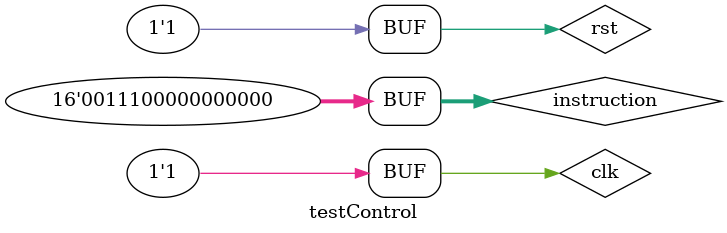
<source format=v>
`timescale 1ns / 1ps


module testControl;

	// Inputs
	reg clk;
	reg [15:0] instruction;
	reg rst;

	// Outputs
	wire [10:0] program_counter;
	wire [10:0] data_address;
	wire [1:0] SelA;
	wire SelB;
	wire WrAcc;
	wire Op;
	wire WrRam;
	wire RdRam;

	// Instantiate the Unit Under Test (UUT)
	Control uut (
		.clk(clk),
		.rst(rst),
		.instruction(instruction), 
		.program_counter(program_counter), 
		.data_address(data_address), 
		.SelA(SelA), 
		.SelB(SelB), 
		.WrAcc(WrAcc), 
		.Op(Op), 
		.WrRam(WrRam), 
		.RdRam(RdRam)
	);

	initial begin
		// Initialize Inputs
		clk = 0;
		instruction = 0;
		rst = 0;
		#10;
		rst = 1;
		// Wait 100 ns for global reset to finish
		#2;
		instruction = 'b0000100000000111;
		#2;
		instruction = 'b0001000000000000;
		#2;
		instruction = 'b0001100000000000;
		#2;
		instruction = 'b0000000000000000;
		#2;
		instruction = 'b0011100000000000;
        
		// Add stimulus here

	end
	
	always
	begin
		#1; clk = 0;
		#1; clk = 1;
	end
      
endmodule


</source>
